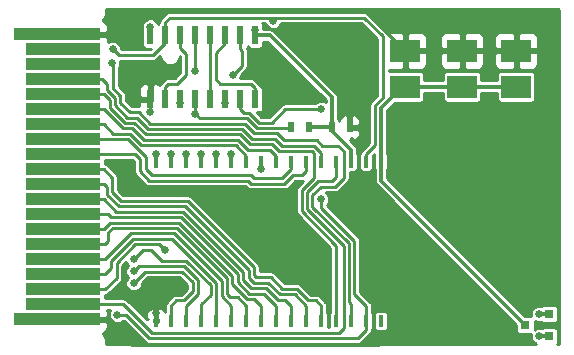
<source format=gbl>
%FSLAX46Y46*%
G04 Gerber Fmt 4.6, Leading zero omitted, Abs format (unit mm)*
G04 Created by KiCad (PCBNEW (2014-10-27 BZR 5228)-product) date 5/9/2015 4:57:06 PM*
%MOMM*%
G01*
G04 APERTURE LIST*
%ADD10C,0.100000*%
%ADD11R,6.350000X1.016000*%
%ADD12R,7.366000X1.016000*%
%ADD13R,0.800100X0.800100*%
%ADD14R,0.600000X1.500000*%
%ADD15R,2.499360X1.950720*%
%ADD16R,0.500000X0.900000*%
%ADD17R,0.406400X1.000000*%
%ADD18C,0.635000*%
%ADD19C,0.228600*%
%ADD20C,0.304800*%
%ADD21C,0.254000*%
G04 APERTURE END LIST*
D10*
D11*
X4191000Y-20320000D03*
D12*
X3683000Y-2540000D03*
D11*
X4191000Y-3810000D03*
X4191000Y-5080000D03*
X4191000Y-6350000D03*
X4191000Y-7620000D03*
X4191000Y-8890000D03*
X4191000Y-10160000D03*
X4191000Y-11430000D03*
X4191000Y-12700000D03*
X4191000Y-13970000D03*
X4191000Y-15240000D03*
X4191000Y-16510000D03*
X4191000Y-17780000D03*
X4191000Y-19050000D03*
X4191000Y-21590000D03*
X4191000Y-22860000D03*
X4191000Y-24130000D03*
X4191000Y-25400000D03*
D12*
X3683000Y-26670000D03*
D13*
X45323760Y-26228000D03*
X45323760Y-28128000D03*
X43324780Y-27178000D03*
D14*
X20447000Y-8034000D03*
X19177000Y-8034000D03*
X17907000Y-8034000D03*
X16637000Y-8034000D03*
X15367000Y-8034000D03*
X14097000Y-8034000D03*
X12827000Y-8034000D03*
X11557000Y-8034000D03*
X11557000Y-2634000D03*
X12827000Y-2634000D03*
X14097000Y-2634000D03*
X15367000Y-2634000D03*
X16637000Y-2634000D03*
X17907000Y-2634000D03*
X19177000Y-2634000D03*
X20447000Y-2634000D03*
D15*
X33147000Y-6985000D03*
X33147000Y-3937000D03*
X37973000Y-6985000D03*
X37973000Y-3937000D03*
X42545000Y-6985000D03*
X42545000Y-3937000D03*
D16*
X26936000Y-10414000D03*
X28436000Y-10414000D03*
X25007000Y-10414000D03*
X23507000Y-10414000D03*
D17*
X31115000Y-26816000D03*
X29845000Y-26816000D03*
X28575000Y-26816000D03*
X27305000Y-26816000D03*
X26035000Y-26816000D03*
X24765000Y-26816000D03*
X23495000Y-26816000D03*
X22225000Y-26816000D03*
X20955000Y-26816000D03*
X19685000Y-26816000D03*
X18415000Y-26816000D03*
X17145000Y-26816000D03*
X15875000Y-26816000D03*
X14605000Y-26816000D03*
X13335000Y-26816000D03*
X12065000Y-26816000D03*
X31115000Y-13316000D03*
X29845000Y-13316000D03*
X28575000Y-13316000D03*
X27305000Y-13316000D03*
X26035000Y-13316000D03*
X24765000Y-13316000D03*
X23495000Y-13316000D03*
X22225000Y-13316000D03*
X20955000Y-13316000D03*
X19685000Y-13316000D03*
X18415000Y-13316000D03*
X17145000Y-13316000D03*
X15875000Y-13316000D03*
X14605000Y-13316000D03*
X13335000Y-13316000D03*
X12065000Y-13316000D03*
D18*
X20955000Y-13970000D03*
X12827000Y-20828000D03*
X17145000Y-12700000D03*
X15875000Y-12700000D03*
X14605000Y-12700000D03*
X13335000Y-12700000D03*
X12065000Y-12700000D03*
X10160000Y-23622000D03*
X10160000Y-22606000D03*
X10160000Y-21590000D03*
X27559000Y-6985000D03*
X23876000Y-6985000D03*
X23876000Y-21209000D03*
X11557000Y-9144000D03*
X42672000Y-1524000D03*
X32385000Y-25146000D03*
X12065000Y-26162000D03*
X15367000Y-5651500D03*
X8382000Y-3810000D03*
X21971000Y-1397000D03*
X8318500Y-5016500D03*
X15367000Y-9271000D03*
X18415000Y-12700000D03*
X8763000Y-26289000D03*
X26035000Y-8890000D03*
X26035000Y-16510000D03*
X44513500Y-26225500D03*
X11557000Y-1905000D03*
X18542000Y-5969000D03*
X17907000Y-8382000D03*
X14097000Y-8382000D03*
X20447000Y-2159000D03*
X44513500Y-28130500D03*
D19*
X10409520Y-9601192D02*
X9624356Y-9601192D01*
X26035000Y-12561418D02*
X25462380Y-11988798D01*
X25462380Y-11988798D02*
X22679962Y-11988798D01*
X22679962Y-11988798D02*
X22089969Y-11398805D01*
X22089969Y-11398805D02*
X20196551Y-11398805D01*
X20196551Y-11398805D02*
X19364140Y-10566394D01*
X19364140Y-10566394D02*
X11374722Y-10566394D01*
X11374722Y-10566394D02*
X10409520Y-9601192D01*
X7493000Y-6350000D02*
X4191000Y-6350000D01*
X7874000Y-6731000D02*
X7493000Y-6350000D01*
X7874000Y-7227418D02*
X7874000Y-6731000D01*
X8585202Y-7938620D02*
X7874000Y-7227418D01*
X8585202Y-8562038D02*
X8585202Y-7938620D01*
X9624356Y-9601192D02*
X8585202Y-8562038D01*
X26035000Y-13316000D02*
X26035000Y-12561418D01*
X24765000Y-14097000D02*
X24378209Y-14483791D01*
X24378209Y-14483791D02*
X23627791Y-14483791D01*
X23627791Y-14483791D02*
X22922380Y-15189202D01*
X22922380Y-15189202D02*
X20130620Y-15189202D01*
X20130620Y-15189202D02*
X19876620Y-14935202D01*
X19876620Y-14935202D02*
X11494620Y-14935202D01*
X11494620Y-14935202D02*
X10718798Y-14159380D01*
X10718798Y-14159380D02*
X10718798Y-13143380D01*
X10275418Y-12700000D02*
X4191000Y-12700000D01*
X10718798Y-13143380D02*
X10275418Y-12700000D01*
X24765000Y-13316000D02*
X24765000Y-14097000D01*
X23495000Y-13970000D02*
X22733000Y-14732000D01*
X22733000Y-14732000D02*
X20320000Y-14732000D01*
X20320000Y-14732000D02*
X20066000Y-14478000D01*
X20066000Y-14478000D02*
X11684000Y-14478000D01*
X11684000Y-14478000D02*
X11176000Y-13970000D01*
X11176000Y-13970000D02*
X11176000Y-12954000D01*
X11176000Y-12954000D02*
X9652000Y-11430000D01*
X9652000Y-11430000D02*
X4191000Y-11430000D01*
X23495000Y-13316000D02*
X23495000Y-13970000D01*
X22225000Y-12827000D02*
X21711209Y-12313209D01*
X21711209Y-12313209D02*
X19817791Y-12313209D01*
X19817791Y-12313209D02*
X18985380Y-11480798D01*
X18985380Y-11480798D02*
X10995962Y-11480798D01*
X10995962Y-11480798D02*
X10030760Y-10515596D01*
X10030760Y-10515596D02*
X9245596Y-10515596D01*
X9245596Y-10515596D02*
X7620000Y-8890000D01*
X7620000Y-8890000D02*
X4191000Y-8890000D01*
X22225000Y-13716000D02*
X22225000Y-12827000D01*
X20955000Y-13970000D02*
X20955000Y-13316000D01*
X4191000Y-24130000D02*
X7747000Y-24130000D01*
X8712202Y-23164798D02*
X7747000Y-24130000D01*
X8712202Y-21917962D02*
X8712202Y-23164798D01*
X10310144Y-20320020D02*
X8712202Y-21917962D01*
X12319020Y-20320020D02*
X10310144Y-20320020D01*
X12827000Y-20828000D02*
X12319020Y-20320020D01*
X19685000Y-12827000D02*
X19685000Y-13316000D01*
X7620000Y-10160000D02*
X4191000Y-10160000D01*
X8432798Y-10972798D02*
X7620000Y-10160000D01*
X9841380Y-10972798D02*
X8432798Y-10972798D01*
X10806582Y-11938000D02*
X9841380Y-10972798D01*
X18796000Y-11938000D02*
X10806582Y-11938000D01*
X19685000Y-12827000D02*
X18796000Y-11938000D01*
X17145000Y-13316000D02*
X17145000Y-12700000D01*
X15875000Y-13316000D02*
X15875000Y-12700000D01*
X14605000Y-13316000D02*
X14605000Y-12700000D01*
X13335000Y-13316000D02*
X13335000Y-12700000D01*
X12065000Y-13316000D02*
X12065000Y-12700000D01*
X8368168Y-18948414D02*
X8001000Y-19315582D01*
X8001000Y-19315582D02*
X8001000Y-20066000D01*
X8001000Y-20066000D02*
X7747000Y-20320000D01*
X7747000Y-20320000D02*
X4191000Y-20320000D01*
X19685000Y-26416000D02*
X19685000Y-25527000D01*
X18059404Y-23220076D02*
X13787742Y-18948414D01*
X18059404Y-24524822D02*
X18059404Y-23220076D01*
X18357291Y-24822709D02*
X18059404Y-24524822D01*
X18980709Y-24822709D02*
X18357291Y-24822709D01*
X19685000Y-25527000D02*
X18980709Y-24822709D01*
X13787742Y-18948414D02*
X8368168Y-18948414D01*
X9931384Y-19405616D02*
X7747000Y-21590000D01*
X7747000Y-21590000D02*
X4191000Y-21590000D01*
X18415000Y-26416000D02*
X18415000Y-25527000D01*
X17602202Y-23409456D02*
X13598362Y-19405616D01*
X17602202Y-24714202D02*
X17602202Y-23409456D01*
X18415000Y-25527000D02*
X17602202Y-24714202D01*
X13598362Y-19405616D02*
X9931384Y-19405616D01*
X10120764Y-19862818D02*
X8255000Y-21728582D01*
X8255000Y-21728582D02*
X8255000Y-22352000D01*
X8255000Y-22352000D02*
X7747000Y-22860000D01*
X7747000Y-22860000D02*
X4191000Y-22860000D01*
X17145000Y-26416000D02*
X17145000Y-23598836D01*
X17145000Y-23598836D02*
X13408982Y-19862818D01*
X13408982Y-19862818D02*
X10120764Y-19862818D01*
X13335000Y-26416000D02*
X13335000Y-25527000D01*
X11150596Y-22631404D02*
X10160000Y-23622000D01*
X14237822Y-22631404D02*
X11150596Y-22631404D01*
X15163798Y-23557380D02*
X14237822Y-22631404D01*
X15163798Y-24321620D02*
X15163798Y-23557380D01*
X14408709Y-25076709D02*
X15163798Y-24321620D01*
X13785291Y-25076709D02*
X14408709Y-25076709D01*
X13335000Y-25527000D02*
X13785291Y-25076709D01*
X14605000Y-26416000D02*
X14605000Y-25527000D01*
X10591798Y-22174202D02*
X10160000Y-22606000D01*
X14427202Y-22174202D02*
X10591798Y-22174202D01*
X15621000Y-23368000D02*
X14427202Y-22174202D01*
X15621000Y-24511000D02*
X15621000Y-23368000D01*
X14605000Y-25527000D02*
X15621000Y-24511000D01*
X15875000Y-26416000D02*
X15875000Y-25400000D01*
X10972778Y-20777222D02*
X10160000Y-21590000D01*
X11633222Y-20777222D02*
X10972778Y-20777222D01*
X12573000Y-21717000D02*
X11633222Y-20777222D01*
X14616582Y-21717000D02*
X12573000Y-21717000D01*
X16687798Y-23788216D02*
X14616582Y-21717000D01*
X16687798Y-24587202D02*
X16687798Y-23788216D01*
X15875000Y-25400000D02*
X16687798Y-24587202D01*
D20*
X30861000Y-28829000D02*
X10033000Y-28829000D01*
X10033000Y-28829000D02*
X7874000Y-26670000D01*
X3683000Y-26670000D02*
X7874000Y-26670000D01*
X3683000Y-2540000D02*
X9525000Y-2540000D01*
X9525000Y-2540000D02*
X11430000Y-635000D01*
D19*
X11557000Y-9144000D02*
X11557000Y-8034000D01*
D20*
X37973000Y-3937000D02*
X33147000Y-3937000D01*
X42545000Y-3937000D02*
X37973000Y-3937000D01*
X42672000Y-1524000D02*
X42672000Y-3810000D01*
X42672000Y-3810000D02*
X42545000Y-3937000D01*
X11430000Y-635000D02*
X29845000Y-635000D01*
X29845000Y-635000D02*
X33147000Y-3937000D01*
X30861000Y-28829000D02*
X32385000Y-27305000D01*
X32385000Y-27305000D02*
X32385000Y-25146000D01*
D19*
X30861000Y-28829000D02*
X32385000Y-27305000D01*
X32385000Y-27305000D02*
X32385000Y-25146000D01*
D20*
X12065000Y-26162000D02*
X12065000Y-26816000D01*
D19*
X24384000Y-17526000D02*
X24384000Y-15748000D01*
X24384000Y-15748000D02*
X25400000Y-14732000D01*
X25400000Y-14732000D02*
X25400000Y-12573000D01*
X22490582Y-12446000D02*
X21900589Y-11856007D01*
X21900589Y-11856007D02*
X20007171Y-11856007D01*
X20007171Y-11856007D02*
X19174760Y-11023596D01*
X19174760Y-11023596D02*
X11185342Y-11023596D01*
X11185342Y-11023596D02*
X10220140Y-10058394D01*
X10220140Y-10058394D02*
X9434976Y-10058394D01*
X9434976Y-10058394D02*
X8128000Y-8751418D01*
X8128000Y-8751418D02*
X8128000Y-8128000D01*
X25273000Y-12446000D02*
X25400000Y-12573000D01*
X27305000Y-20447000D02*
X27305000Y-26416000D01*
X25273000Y-12446000D02*
X22490582Y-12446000D01*
X4191000Y-7620000D02*
X7620000Y-7620000D01*
X8128000Y-8128000D02*
X7620000Y-7620000D01*
X27305000Y-20447000D02*
X24384000Y-17526000D01*
X9065568Y-16662404D02*
X8331202Y-15928038D01*
X8331202Y-15928038D02*
X8331202Y-14681202D01*
X8331202Y-14681202D02*
X7620000Y-13970000D01*
X7620000Y-13970000D02*
X4191000Y-13970000D01*
X26035000Y-26416000D02*
X26035000Y-25527000D01*
X20345414Y-22273176D02*
X14734642Y-16662404D01*
X20345414Y-22954504D02*
X20345414Y-22273176D01*
X20511811Y-23120901D02*
X20345414Y-22954504D01*
X21758647Y-23120901D02*
X20511811Y-23120901D01*
X22736551Y-24098805D02*
X21758647Y-23120901D01*
X23983387Y-24098805D02*
X22736551Y-24098805D01*
X24961291Y-25076709D02*
X23983387Y-24098805D01*
X25584709Y-25076709D02*
X24961291Y-25076709D01*
X26035000Y-25527000D02*
X25584709Y-25076709D01*
X14734642Y-16662404D02*
X9065568Y-16662404D01*
X8876188Y-17119606D02*
X7874000Y-16117418D01*
X7874000Y-16117418D02*
X7874000Y-15494000D01*
X7874000Y-15494000D02*
X7620000Y-15240000D01*
X7620000Y-15240000D02*
X4191000Y-15240000D01*
X24765000Y-26416000D02*
X24765000Y-25527000D01*
X19888212Y-22462556D02*
X14545262Y-17119606D01*
X19888212Y-23143884D02*
X19888212Y-22462556D01*
X20322431Y-23578103D02*
X19888212Y-23143884D01*
X21569267Y-23578103D02*
X20322431Y-23578103D01*
X22547171Y-24556007D02*
X21569267Y-23578103D01*
X23794007Y-24556007D02*
X22547171Y-24556007D01*
X24765000Y-25527000D02*
X23794007Y-24556007D01*
X14545262Y-17119606D02*
X8876188Y-17119606D01*
X8686808Y-17576808D02*
X7620000Y-16510000D01*
X7620000Y-16510000D02*
X4191000Y-16510000D01*
X23495000Y-26416000D02*
X23495000Y-25527000D01*
X19431010Y-22651936D02*
X14355882Y-17576808D01*
X19431010Y-23333264D02*
X19431010Y-22651936D01*
X20133051Y-24035305D02*
X19431010Y-23333264D01*
X21379887Y-24035305D02*
X20133051Y-24035305D01*
X22357791Y-25013209D02*
X21379887Y-24035305D01*
X22981209Y-25013209D02*
X22357791Y-25013209D01*
X23495000Y-25527000D02*
X22981209Y-25013209D01*
X14355882Y-17576808D02*
X8686808Y-17576808D01*
X8255010Y-18034010D02*
X8001000Y-17780000D01*
X8001000Y-17780000D02*
X4191000Y-17780000D01*
X22225000Y-26416000D02*
X22225000Y-25527000D01*
X18973808Y-22841316D02*
X14166502Y-18034010D01*
X18973808Y-23522644D02*
X18973808Y-22841316D01*
X19943671Y-24492507D02*
X18973808Y-23522644D01*
X21190507Y-24492507D02*
X19943671Y-24492507D01*
X22225000Y-25527000D02*
X21190507Y-24492507D01*
X14166502Y-18034010D02*
X8255010Y-18034010D01*
X8178788Y-18491212D02*
X7620000Y-19050000D01*
X7620000Y-19050000D02*
X4191000Y-19050000D01*
X20955000Y-26416000D02*
X20955000Y-25527000D01*
X18516606Y-23030696D02*
X13977122Y-18491212D01*
X18516606Y-23712024D02*
X18516606Y-23030696D01*
X19754291Y-24949709D02*
X18516606Y-23712024D01*
X20377709Y-24949709D02*
X19754291Y-24949709D01*
X20955000Y-25527000D02*
X20377709Y-24949709D01*
X13977122Y-18491212D02*
X8178788Y-18491212D01*
X15367000Y-2634000D02*
X15367000Y-5651500D01*
X21653500Y-1130302D02*
X13220698Y-1130302D01*
X12827000Y-1524000D02*
X12827000Y-2634000D01*
X13220698Y-1130302D02*
X12827000Y-1524000D01*
X12827000Y-2634000D02*
X12827000Y-3302000D01*
X12827000Y-3302000D02*
X11811000Y-4318000D01*
X8890000Y-4318000D02*
X8382000Y-3810000D01*
X11811000Y-4318000D02*
X8890000Y-4318000D01*
X31242000Y-2732462D02*
X29639840Y-1130302D01*
X31242000Y-7935538D02*
X31242000Y-2732462D01*
X30619698Y-8557840D02*
X31242000Y-7935538D01*
X30619698Y-11925302D02*
X30619698Y-8557840D01*
X29845000Y-12700000D02*
X30619698Y-11925302D01*
X21971000Y-1130302D02*
X21653500Y-1130302D01*
X29639840Y-1130302D02*
X21971000Y-1130302D01*
X29845000Y-13316000D02*
X29845000Y-12700000D01*
X21971000Y-1397000D02*
X21971000Y-1130302D01*
X8382000Y-5080000D02*
X8382000Y-7088836D01*
X22279349Y-10941603D02*
X20385931Y-10941603D01*
X20385931Y-10941603D02*
X19553520Y-10109192D01*
X27940000Y-12446000D02*
X27483918Y-11989918D01*
X25298404Y-17147240D02*
X25298404Y-16126760D01*
X25298404Y-16126760D02*
X25981962Y-15443202D01*
X25981962Y-15443202D02*
X27228798Y-15443202D01*
X27228798Y-15443202D02*
X27940000Y-14732000D01*
X27940000Y-14732000D02*
X27940000Y-12446000D01*
X27483918Y-11989918D02*
X26110082Y-11989918D01*
X26110082Y-11989918D02*
X25651760Y-11531596D01*
X25651760Y-11531596D02*
X22869342Y-11531596D01*
X28575000Y-25400000D02*
X28575000Y-26416000D01*
X28397202Y-25222202D02*
X28575000Y-25400000D01*
X28397202Y-20246038D02*
X28397202Y-25222202D01*
X28397202Y-20246038D02*
X25298404Y-17147240D01*
X22869342Y-11531596D02*
X22279349Y-10941603D01*
X11564102Y-10109192D02*
X19553520Y-10109192D01*
X10598900Y-9143990D02*
X11564102Y-10109192D01*
X9813736Y-9143990D02*
X10598900Y-9143990D01*
X9042404Y-8372658D02*
X9813736Y-9143990D01*
X9042404Y-7749240D02*
X9042404Y-8372658D01*
X8382000Y-7088836D02*
X9042404Y-7749240D01*
X8382000Y-5080000D02*
X8318500Y-5016500D01*
X8382000Y-5080000D02*
X8318500Y-5016500D01*
D20*
X43324780Y-27178000D02*
X31115000Y-14968220D01*
X31115000Y-14968220D02*
X31115000Y-13716000D01*
X31115000Y-13716000D02*
X31115000Y-14732000D01*
X31115000Y-13716000D02*
X31115000Y-8763000D01*
X31115000Y-8763000D02*
X32893000Y-6985000D01*
X32893000Y-6985000D02*
X33147000Y-6985000D01*
X33147000Y-6985000D02*
X32893000Y-6985000D01*
X37973000Y-6985000D02*
X42545000Y-6985000D01*
X33147000Y-6985000D02*
X37973000Y-6985000D01*
D19*
X32893000Y-6985000D02*
X33147000Y-6985000D01*
X33147000Y-6985000D02*
X32893000Y-6985000D01*
X27940000Y-27432000D02*
X27559000Y-27813000D01*
X27940000Y-20435418D02*
X27940000Y-27432000D01*
X27940000Y-20435418D02*
X24841202Y-17336620D01*
X27305000Y-13716000D02*
X27305000Y-14605000D01*
X26924000Y-14986000D02*
X27305000Y-14605000D01*
X25792582Y-14986000D02*
X26924000Y-14986000D01*
X24841202Y-15937380D02*
X25792582Y-14986000D01*
X24841202Y-17336620D02*
X24841202Y-15937380D01*
X9271000Y-25400000D02*
X4191000Y-25400000D01*
X11684000Y-27813000D02*
X9271000Y-25400000D01*
X27559000Y-27813000D02*
X11684000Y-27813000D01*
X15367000Y-9271000D02*
X15367000Y-8034000D01*
X15747990Y-9651990D02*
X15367000Y-9271000D01*
X19742900Y-9651990D02*
X15747990Y-9651990D01*
X20575311Y-10484401D02*
X19742900Y-9651990D01*
X23436599Y-10484401D02*
X20575311Y-10484401D01*
X23507000Y-10414000D02*
X23436599Y-10484401D01*
X18415000Y-13316000D02*
X18415000Y-12700000D01*
X9519209Y-26294791D02*
X8768791Y-26294791D01*
X29845000Y-27559000D02*
X29133798Y-28270202D01*
X29133798Y-28270202D02*
X11494620Y-28270202D01*
X11494620Y-28270202D02*
X9519209Y-26294791D01*
X29845000Y-26416000D02*
X29845000Y-27559000D01*
X8768791Y-26294791D02*
X8763000Y-26289000D01*
X26035000Y-8890000D02*
X22987000Y-8890000D01*
X22987000Y-8890000D02*
X21849801Y-10027199D01*
X21849801Y-10027199D02*
X20764691Y-10027199D01*
X20764691Y-10027199D02*
X19932280Y-9194788D01*
X19932280Y-9194788D02*
X19481788Y-9194788D01*
X19481788Y-9194788D02*
X19177000Y-8890000D01*
X19177000Y-8890000D02*
X19177000Y-8034000D01*
X29845000Y-25527000D02*
X28854404Y-24536404D01*
X28854404Y-24536404D02*
X28854404Y-20056658D01*
X29845000Y-26416000D02*
X29845000Y-25527000D01*
X26035000Y-17237254D02*
X26035000Y-16510000D01*
X28854404Y-20056658D02*
X26035000Y-17237254D01*
D20*
X44513500Y-26225500D02*
X45321260Y-26225500D01*
X45321260Y-26225500D02*
X45323760Y-26228000D01*
D19*
X11557000Y-1905000D02*
X11557000Y-2634000D01*
X19177000Y-3810000D02*
X19304000Y-3937000D01*
X19304000Y-3937000D02*
X19304000Y-5207000D01*
X19304000Y-5207000D02*
X18542000Y-5969000D01*
X19177000Y-2634000D02*
X19177000Y-3810000D01*
X17907000Y-3302000D02*
X17907000Y-2634000D01*
X20447000Y-7112000D02*
X20066000Y-6731000D01*
X20066000Y-6731000D02*
X17475202Y-6731000D01*
X17475202Y-6731000D02*
X17094202Y-6350000D01*
X17094202Y-6350000D02*
X17094202Y-4114798D01*
X17094202Y-4114798D02*
X17907000Y-3302000D01*
X20447000Y-8034000D02*
X20447000Y-7112000D01*
X14097000Y-2634000D02*
X14097000Y-3683000D01*
X12827000Y-6985000D02*
X12827000Y-8034000D01*
X13081000Y-6731000D02*
X12827000Y-6985000D01*
X13843000Y-6731000D02*
X13081000Y-6731000D01*
X14605000Y-5969000D02*
X13843000Y-6731000D01*
X14605000Y-4191000D02*
X14605000Y-5969000D01*
X14097000Y-3683000D02*
X14605000Y-4191000D01*
X17907000Y-8415000D02*
X17907000Y-8382000D01*
X16637000Y-8034000D02*
X16637000Y-2634000D01*
D20*
X26936000Y-10414000D02*
X26936000Y-7886000D01*
X21684000Y-2634000D02*
X20447000Y-2634000D01*
X26936000Y-7886000D02*
X21684000Y-2634000D01*
X26936000Y-10414000D02*
X25007000Y-10414000D01*
X26936000Y-10741538D02*
X26936000Y-10414000D01*
X20447000Y-2159000D02*
X20447000Y-2634000D01*
X28575000Y-12380538D02*
X26936000Y-10741538D01*
X28575000Y-13316000D02*
X28575000Y-12380538D01*
X44516000Y-28128000D02*
X45323760Y-28128000D01*
X44513500Y-28130500D02*
X44516000Y-28128000D01*
D21*
G36*
X14109700Y-5763840D02*
X13637840Y-6235700D01*
X13081000Y-6235700D01*
X12891456Y-6273402D01*
X12730770Y-6380770D01*
X12476770Y-6634770D01*
X12369402Y-6795456D01*
X12352326Y-6881301D01*
X12216699Y-6745673D01*
X11983310Y-6649000D01*
X11842750Y-6649000D01*
X11684000Y-6807750D01*
X11684000Y-7907000D01*
X11704000Y-7907000D01*
X11704000Y-8161000D01*
X11684000Y-8161000D01*
X11684000Y-8181000D01*
X11430000Y-8181000D01*
X11430000Y-8161000D01*
X11430000Y-7907000D01*
X11430000Y-6807750D01*
X11271250Y-6649000D01*
X11130690Y-6649000D01*
X10897301Y-6745673D01*
X10718673Y-6924302D01*
X10622000Y-7157691D01*
X10622000Y-7748250D01*
X10780750Y-7907000D01*
X11430000Y-7907000D01*
X11430000Y-8161000D01*
X10780750Y-8161000D01*
X10622000Y-8319750D01*
X10622000Y-8653284D01*
X10598900Y-8648690D01*
X10018896Y-8648690D01*
X9537704Y-8167498D01*
X9537704Y-7749240D01*
X9500002Y-7559697D01*
X9500002Y-7559696D01*
X9392634Y-7399010D01*
X8877300Y-6883676D01*
X8877300Y-5445641D01*
X8910314Y-5412685D01*
X9016878Y-5156050D01*
X9017121Y-4878169D01*
X8990317Y-4813300D01*
X11811000Y-4813300D01*
X12000543Y-4775598D01*
X12000544Y-4775598D01*
X12161230Y-4668230D01*
X12416917Y-4412542D01*
X12416856Y-4482571D01*
X12543102Y-4788109D01*
X12776662Y-5022077D01*
X13081979Y-5148855D01*
X13412571Y-5149144D01*
X13718109Y-5022898D01*
X13952077Y-4789338D01*
X14078855Y-4484021D01*
X14078958Y-4365418D01*
X14109700Y-4396160D01*
X14109700Y-5763840D01*
X14109700Y-5763840D01*
G37*
X14109700Y-5763840D02*
X13637840Y-6235700D01*
X13081000Y-6235700D01*
X12891456Y-6273402D01*
X12730770Y-6380770D01*
X12476770Y-6634770D01*
X12369402Y-6795456D01*
X12352326Y-6881301D01*
X12216699Y-6745673D01*
X11983310Y-6649000D01*
X11842750Y-6649000D01*
X11684000Y-6807750D01*
X11684000Y-7907000D01*
X11704000Y-7907000D01*
X11704000Y-8161000D01*
X11684000Y-8161000D01*
X11684000Y-8181000D01*
X11430000Y-8181000D01*
X11430000Y-8161000D01*
X11430000Y-7907000D01*
X11430000Y-6807750D01*
X11271250Y-6649000D01*
X11130690Y-6649000D01*
X10897301Y-6745673D01*
X10718673Y-6924302D01*
X10622000Y-7157691D01*
X10622000Y-7748250D01*
X10780750Y-7907000D01*
X11430000Y-7907000D01*
X11430000Y-8161000D01*
X10780750Y-8161000D01*
X10622000Y-8319750D01*
X10622000Y-8653284D01*
X10598900Y-8648690D01*
X10018896Y-8648690D01*
X9537704Y-8167498D01*
X9537704Y-7749240D01*
X9500002Y-7559697D01*
X9500002Y-7559696D01*
X9392634Y-7399010D01*
X8877300Y-6883676D01*
X8877300Y-5445641D01*
X8910314Y-5412685D01*
X9016878Y-5156050D01*
X9017121Y-4878169D01*
X8990317Y-4813300D01*
X11811000Y-4813300D01*
X12000543Y-4775598D01*
X12000544Y-4775598D01*
X12161230Y-4668230D01*
X12416917Y-4412542D01*
X12416856Y-4482571D01*
X12543102Y-4788109D01*
X12776662Y-5022077D01*
X13081979Y-5148855D01*
X13412571Y-5149144D01*
X13718109Y-5022898D01*
X13952077Y-4789338D01*
X14078855Y-4484021D01*
X14078958Y-4365418D01*
X14109700Y-4396160D01*
X14109700Y-5763840D01*
G36*
X14668498Y-24116460D02*
X14203549Y-24581409D01*
X13785291Y-24581409D01*
X13595748Y-24619111D01*
X13435061Y-24726479D01*
X12984770Y-25176770D01*
X12877402Y-25337456D01*
X12839700Y-25527000D01*
X12839700Y-26036388D01*
X12806527Y-25956302D01*
X12627899Y-25777673D01*
X12394510Y-25681000D01*
X12325350Y-25681000D01*
X12166600Y-25839750D01*
X12166600Y-26689000D01*
X12212000Y-26689000D01*
X12212000Y-26943000D01*
X12166600Y-26943000D01*
X12166600Y-26963000D01*
X11963400Y-26963000D01*
X11963400Y-26943000D01*
X11918000Y-26943000D01*
X11918000Y-26689000D01*
X11963400Y-26689000D01*
X11963400Y-25839750D01*
X11804650Y-25681000D01*
X11735490Y-25681000D01*
X11502101Y-25777673D01*
X11323473Y-25956302D01*
X11226800Y-26189691D01*
X11226800Y-26530250D01*
X11385548Y-26688998D01*
X11260458Y-26688998D01*
X9621230Y-25049770D01*
X9460544Y-24942402D01*
X9271000Y-24904700D01*
X7747000Y-24904700D01*
X7747000Y-24816214D01*
X7725786Y-24764999D01*
X7747000Y-24713785D01*
X7747000Y-24625300D01*
X7936543Y-24587598D01*
X7936544Y-24587598D01*
X8097230Y-24480230D01*
X9062432Y-23515028D01*
X9169800Y-23354341D01*
X9207502Y-23164798D01*
X9207502Y-22123122D01*
X9502580Y-21828043D01*
X9567496Y-21985151D01*
X9680172Y-22098024D01*
X9568186Y-22209815D01*
X9461622Y-22466450D01*
X9461379Y-22744331D01*
X9567496Y-23001151D01*
X9680172Y-23114024D01*
X9568186Y-23225815D01*
X9461622Y-23482450D01*
X9461379Y-23760331D01*
X9567496Y-24017151D01*
X9763815Y-24213814D01*
X10020450Y-24320378D01*
X10298331Y-24320621D01*
X10555151Y-24214504D01*
X10751814Y-24018185D01*
X10858378Y-23761550D01*
X10858498Y-23623961D01*
X11355756Y-23126704D01*
X14032662Y-23126704D01*
X14668498Y-23762540D01*
X14668498Y-24116460D01*
X14668498Y-24116460D01*
G37*
X14668498Y-24116460D02*
X14203549Y-24581409D01*
X13785291Y-24581409D01*
X13595748Y-24619111D01*
X13435061Y-24726479D01*
X12984770Y-25176770D01*
X12877402Y-25337456D01*
X12839700Y-25527000D01*
X12839700Y-26036388D01*
X12806527Y-25956302D01*
X12627899Y-25777673D01*
X12394510Y-25681000D01*
X12325350Y-25681000D01*
X12166600Y-25839750D01*
X12166600Y-26689000D01*
X12212000Y-26689000D01*
X12212000Y-26943000D01*
X12166600Y-26943000D01*
X12166600Y-26963000D01*
X11963400Y-26963000D01*
X11963400Y-26943000D01*
X11918000Y-26943000D01*
X11918000Y-26689000D01*
X11963400Y-26689000D01*
X11963400Y-25839750D01*
X11804650Y-25681000D01*
X11735490Y-25681000D01*
X11502101Y-25777673D01*
X11323473Y-25956302D01*
X11226800Y-26189691D01*
X11226800Y-26530250D01*
X11385548Y-26688998D01*
X11260458Y-26688998D01*
X9621230Y-25049770D01*
X9460544Y-24942402D01*
X9271000Y-24904700D01*
X7747000Y-24904700D01*
X7747000Y-24816214D01*
X7725786Y-24764999D01*
X7747000Y-24713785D01*
X7747000Y-24625300D01*
X7936543Y-24587598D01*
X7936544Y-24587598D01*
X8097230Y-24480230D01*
X9062432Y-23515028D01*
X9169800Y-23354341D01*
X9207502Y-23164798D01*
X9207502Y-22123122D01*
X9502580Y-21828043D01*
X9567496Y-21985151D01*
X9680172Y-22098024D01*
X9568186Y-22209815D01*
X9461622Y-22466450D01*
X9461379Y-22744331D01*
X9567496Y-23001151D01*
X9680172Y-23114024D01*
X9568186Y-23225815D01*
X9461622Y-23482450D01*
X9461379Y-23760331D01*
X9567496Y-24017151D01*
X9763815Y-24213814D01*
X10020450Y-24320378D01*
X10298331Y-24320621D01*
X10555151Y-24214504D01*
X10751814Y-24018185D01*
X10858378Y-23761550D01*
X10858498Y-23623961D01*
X11355756Y-23126704D01*
X14032662Y-23126704D01*
X14668498Y-23762540D01*
X14668498Y-24116460D01*
G36*
X26402600Y-8286316D02*
X26174550Y-8191622D01*
X25896669Y-8191379D01*
X25639849Y-8297496D01*
X25542474Y-8394700D01*
X22987000Y-8394700D01*
X22797456Y-8432402D01*
X22636770Y-8539770D01*
X21644641Y-9531899D01*
X20969851Y-9531899D01*
X20602952Y-9165000D01*
X20822786Y-9165000D01*
X20962820Y-9106996D01*
X21069996Y-8999819D01*
X21128000Y-8859785D01*
X21128000Y-8708214D01*
X21128000Y-7208214D01*
X21069996Y-7068180D01*
X20962819Y-6961004D01*
X20907726Y-6938183D01*
X20904598Y-6922457D01*
X20904598Y-6922456D01*
X20797230Y-6761770D01*
X20416230Y-6380770D01*
X20255544Y-6273402D01*
X20066000Y-6235700D01*
X19187580Y-6235700D01*
X19240378Y-6108550D01*
X19240498Y-5970961D01*
X19654230Y-5557230D01*
X19761598Y-5396543D01*
X19799300Y-5207000D01*
X19799300Y-3937000D01*
X19761598Y-3747457D01*
X19761598Y-3747456D01*
X19717843Y-3681972D01*
X19799996Y-3599819D01*
X19811999Y-3570839D01*
X19824004Y-3599820D01*
X19931181Y-3706996D01*
X20071215Y-3765000D01*
X20222786Y-3765000D01*
X20822786Y-3765000D01*
X20962820Y-3706996D01*
X21069996Y-3599819D01*
X21128000Y-3459785D01*
X21128000Y-3308214D01*
X21128000Y-3167400D01*
X21463058Y-3167400D01*
X26402600Y-8106941D01*
X26402600Y-8286316D01*
X26402600Y-8286316D01*
G37*
X26402600Y-8286316D02*
X26174550Y-8191622D01*
X25896669Y-8191379D01*
X25639849Y-8297496D01*
X25542474Y-8394700D01*
X22987000Y-8394700D01*
X22797456Y-8432402D01*
X22636770Y-8539770D01*
X21644641Y-9531899D01*
X20969851Y-9531899D01*
X20602952Y-9165000D01*
X20822786Y-9165000D01*
X20962820Y-9106996D01*
X21069996Y-8999819D01*
X21128000Y-8859785D01*
X21128000Y-8708214D01*
X21128000Y-7208214D01*
X21069996Y-7068180D01*
X20962819Y-6961004D01*
X20907726Y-6938183D01*
X20904598Y-6922457D01*
X20904598Y-6922456D01*
X20797230Y-6761770D01*
X20416230Y-6380770D01*
X20255544Y-6273402D01*
X20066000Y-6235700D01*
X19187580Y-6235700D01*
X19240378Y-6108550D01*
X19240498Y-5970961D01*
X19654230Y-5557230D01*
X19761598Y-5396543D01*
X19799300Y-5207000D01*
X19799300Y-3937000D01*
X19761598Y-3747457D01*
X19761598Y-3747456D01*
X19717843Y-3681972D01*
X19799996Y-3599819D01*
X19811999Y-3570839D01*
X19824004Y-3599820D01*
X19931181Y-3706996D01*
X20071215Y-3765000D01*
X20222786Y-3765000D01*
X20822786Y-3765000D01*
X20962820Y-3706996D01*
X21069996Y-3599819D01*
X21128000Y-3459785D01*
X21128000Y-3308214D01*
X21128000Y-3167400D01*
X21463058Y-3167400D01*
X26402600Y-8106941D01*
X26402600Y-8286316D01*
G36*
X26809700Y-26069284D02*
X26778804Y-26100181D01*
X26720800Y-26240215D01*
X26720800Y-26391786D01*
X26720800Y-27317700D01*
X26619200Y-27317700D01*
X26619200Y-27240214D01*
X26619200Y-26240214D01*
X26561196Y-26100180D01*
X26530300Y-26069284D01*
X26530300Y-25527000D01*
X26492598Y-25337457D01*
X26385230Y-25176770D01*
X25934939Y-24726479D01*
X25774253Y-24619111D01*
X25584709Y-24581409D01*
X25166451Y-24581409D01*
X24333617Y-23748575D01*
X24172931Y-23641207D01*
X23983387Y-23603505D01*
X22941711Y-23603505D01*
X22108877Y-22770671D01*
X21948191Y-22663303D01*
X21758647Y-22625601D01*
X20840714Y-22625601D01*
X20840714Y-22273176D01*
X20803012Y-22083633D01*
X20695644Y-21922946D01*
X15084872Y-16312174D01*
X14924186Y-16204806D01*
X14734642Y-16167104D01*
X9270728Y-16167104D01*
X8826502Y-15722878D01*
X8826502Y-14681202D01*
X8788800Y-14491659D01*
X8681432Y-14330972D01*
X7970230Y-13619770D01*
X7809544Y-13512402D01*
X7747000Y-13499961D01*
X7747000Y-13386214D01*
X7725786Y-13334999D01*
X7747000Y-13283785D01*
X7747000Y-13195300D01*
X10070258Y-13195300D01*
X10223498Y-13348540D01*
X10223498Y-14159380D01*
X10261200Y-14348924D01*
X10368568Y-14509610D01*
X11144390Y-15285432D01*
X11305076Y-15392800D01*
X11305077Y-15392800D01*
X11494620Y-15430502D01*
X19671460Y-15430502D01*
X19780390Y-15539432D01*
X19941076Y-15646800D01*
X19941077Y-15646800D01*
X20130620Y-15684502D01*
X22922380Y-15684502D01*
X23111923Y-15646800D01*
X23111924Y-15646800D01*
X23272610Y-15539432D01*
X23832950Y-14979091D01*
X24378209Y-14979091D01*
X24470882Y-14960657D01*
X24033770Y-15397770D01*
X23926402Y-15558456D01*
X23888700Y-15748000D01*
X23888700Y-17526000D01*
X23926402Y-17715544D01*
X24033770Y-17876230D01*
X26809700Y-20652160D01*
X26809700Y-26069284D01*
X26809700Y-26069284D01*
G37*
X26809700Y-26069284D02*
X26778804Y-26100181D01*
X26720800Y-26240215D01*
X26720800Y-26391786D01*
X26720800Y-27317700D01*
X26619200Y-27317700D01*
X26619200Y-27240214D01*
X26619200Y-26240214D01*
X26561196Y-26100180D01*
X26530300Y-26069284D01*
X26530300Y-25527000D01*
X26492598Y-25337457D01*
X26385230Y-25176770D01*
X25934939Y-24726479D01*
X25774253Y-24619111D01*
X25584709Y-24581409D01*
X25166451Y-24581409D01*
X24333617Y-23748575D01*
X24172931Y-23641207D01*
X23983387Y-23603505D01*
X22941711Y-23603505D01*
X22108877Y-22770671D01*
X21948191Y-22663303D01*
X21758647Y-22625601D01*
X20840714Y-22625601D01*
X20840714Y-22273176D01*
X20803012Y-22083633D01*
X20695644Y-21922946D01*
X15084872Y-16312174D01*
X14924186Y-16204806D01*
X14734642Y-16167104D01*
X9270728Y-16167104D01*
X8826502Y-15722878D01*
X8826502Y-14681202D01*
X8788800Y-14491659D01*
X8681432Y-14330972D01*
X7970230Y-13619770D01*
X7809544Y-13512402D01*
X7747000Y-13499961D01*
X7747000Y-13386214D01*
X7725786Y-13334999D01*
X7747000Y-13283785D01*
X7747000Y-13195300D01*
X10070258Y-13195300D01*
X10223498Y-13348540D01*
X10223498Y-14159380D01*
X10261200Y-14348924D01*
X10368568Y-14509610D01*
X11144390Y-15285432D01*
X11305076Y-15392800D01*
X11305077Y-15392800D01*
X11494620Y-15430502D01*
X19671460Y-15430502D01*
X19780390Y-15539432D01*
X19941076Y-15646800D01*
X19941077Y-15646800D01*
X20130620Y-15684502D01*
X22922380Y-15684502D01*
X23111923Y-15646800D01*
X23111924Y-15646800D01*
X23272610Y-15539432D01*
X23832950Y-14979091D01*
X24378209Y-14979091D01*
X24470882Y-14960657D01*
X24033770Y-15397770D01*
X23926402Y-15558456D01*
X23888700Y-15748000D01*
X23888700Y-17526000D01*
X23926402Y-17715544D01*
X24033770Y-17876230D01*
X26809700Y-20652160D01*
X26809700Y-26069284D01*
G36*
X44253830Y-28779000D02*
X31699200Y-28779000D01*
X31699200Y-27391785D01*
X31699200Y-27240214D01*
X31699200Y-26240214D01*
X31641196Y-26100180D01*
X31534019Y-25993004D01*
X31393985Y-25935000D01*
X31242414Y-25935000D01*
X30836014Y-25935000D01*
X30695980Y-25993004D01*
X30588804Y-26100181D01*
X30530800Y-26240215D01*
X30530800Y-26391786D01*
X30530800Y-27391786D01*
X30588804Y-27531820D01*
X30695981Y-27638996D01*
X30836015Y-27697000D01*
X30987586Y-27697000D01*
X31393986Y-27697000D01*
X31534020Y-27638996D01*
X31641196Y-27531819D01*
X31699200Y-27391785D01*
X31699200Y-28779000D01*
X7916448Y-28779000D01*
X7847765Y-28765337D01*
X7825523Y-28750476D01*
X7810662Y-28728236D01*
X7797000Y-28659547D01*
X7797000Y-28448000D01*
X7788718Y-28406367D01*
X7788719Y-28363917D01*
X7750050Y-28169513D01*
X7685694Y-28014146D01*
X7575574Y-27849341D01*
X7575574Y-27849340D01*
X7575573Y-27849339D01*
X7525490Y-27799255D01*
X7725698Y-27716327D01*
X7904327Y-27537699D01*
X8001000Y-27304310D01*
X8001000Y-27051691D01*
X8001000Y-26955750D01*
X7842250Y-26797000D01*
X3810000Y-26797000D01*
X3810000Y-26817000D01*
X3556000Y-26817000D01*
X3556000Y-26797000D01*
X3536000Y-26797000D01*
X3536000Y-26543000D01*
X3556000Y-26543000D01*
X3556000Y-26523000D01*
X3810000Y-26523000D01*
X3810000Y-26543000D01*
X7842250Y-26543000D01*
X8001000Y-26384250D01*
X8001000Y-26288309D01*
X8001000Y-26035690D01*
X7942848Y-25895300D01*
X8170154Y-25895300D01*
X8064622Y-26149450D01*
X8064379Y-26427331D01*
X8170496Y-26684151D01*
X8366815Y-26880814D01*
X8623450Y-26987378D01*
X8901331Y-26987621D01*
X9158151Y-26881504D01*
X9249724Y-26790091D01*
X9314048Y-26790091D01*
X11144390Y-28620432D01*
X11305076Y-28727800D01*
X11305077Y-28727800D01*
X11494620Y-28765502D01*
X29133798Y-28765502D01*
X29323341Y-28727800D01*
X29323342Y-28727800D01*
X29484028Y-28620432D01*
X30195230Y-27909230D01*
X30302598Y-27748543D01*
X30339377Y-27563637D01*
X30371196Y-27531819D01*
X30429200Y-27391785D01*
X30429200Y-27240214D01*
X30429200Y-26240214D01*
X30371196Y-26100180D01*
X30340300Y-26069284D01*
X30340300Y-25527000D01*
X30302598Y-25337457D01*
X30302598Y-25337456D01*
X30195230Y-25176770D01*
X29349704Y-24331244D01*
X29349704Y-20056658D01*
X29312002Y-19867115D01*
X29312002Y-19867114D01*
X29204634Y-19706428D01*
X26530300Y-17032094D01*
X26530300Y-17002530D01*
X26626814Y-16906185D01*
X26733378Y-16649550D01*
X26733621Y-16371669D01*
X26627504Y-16114849D01*
X26451465Y-15938502D01*
X27228798Y-15938502D01*
X27418341Y-15900800D01*
X27418342Y-15900800D01*
X27579028Y-15793432D01*
X28290230Y-15082230D01*
X28397598Y-14921543D01*
X28435300Y-14732000D01*
X28435300Y-14197000D01*
X28447586Y-14197000D01*
X28853986Y-14197000D01*
X28994020Y-14138996D01*
X29101196Y-14031819D01*
X29159200Y-13891785D01*
X29159200Y-13740214D01*
X29159200Y-12740214D01*
X29108400Y-12617571D01*
X29108400Y-12380538D01*
X29067797Y-12176415D01*
X28952171Y-12003367D01*
X28447804Y-11499000D01*
X28563002Y-11499000D01*
X28563002Y-11342252D01*
X28719750Y-11499000D01*
X28812309Y-11499000D01*
X29045698Y-11402327D01*
X29224327Y-11223699D01*
X29321000Y-10990310D01*
X29321000Y-10737691D01*
X29321000Y-10699750D01*
X29321000Y-10128250D01*
X29321000Y-10090309D01*
X29321000Y-9837690D01*
X29224327Y-9604301D01*
X29045698Y-9425673D01*
X28812309Y-9329000D01*
X28719750Y-9329000D01*
X28561000Y-9487750D01*
X28561000Y-10287000D01*
X29162250Y-10287000D01*
X29321000Y-10128250D01*
X29321000Y-10699750D01*
X29162250Y-10541000D01*
X28561000Y-10541000D01*
X28561000Y-10561000D01*
X28311000Y-10561000D01*
X28311000Y-10541000D01*
X28289000Y-10541000D01*
X28289000Y-10287000D01*
X28311000Y-10287000D01*
X28311000Y-9487750D01*
X28152250Y-9329000D01*
X28059691Y-9329000D01*
X27826302Y-9425673D01*
X27647673Y-9604301D01*
X27551000Y-9837690D01*
X27551000Y-9849586D01*
X27508996Y-9748180D01*
X27469400Y-9708584D01*
X27469400Y-7886005D01*
X27469400Y-7886000D01*
X27469401Y-7886000D01*
X27428797Y-7681877D01*
X27313171Y-7508830D01*
X27313171Y-7508829D01*
X27313167Y-7508826D01*
X22061171Y-2256829D01*
X21888123Y-2141203D01*
X21684000Y-2100600D01*
X21145551Y-2100600D01*
X21145621Y-2020669D01*
X21128000Y-1978023D01*
X21128000Y-1808214D01*
X21069996Y-1668180D01*
X21027417Y-1625602D01*
X21309678Y-1625602D01*
X21378496Y-1792151D01*
X21574815Y-1988814D01*
X21831450Y-2095378D01*
X22109331Y-2095621D01*
X22366151Y-1989504D01*
X22562814Y-1793185D01*
X22632400Y-1625602D01*
X29434680Y-1625602D01*
X30746700Y-2937622D01*
X30746700Y-7730378D01*
X30269468Y-8207610D01*
X30162100Y-8368296D01*
X30124398Y-8557840D01*
X30124398Y-11720142D01*
X29494770Y-12349770D01*
X29387402Y-12510456D01*
X29382156Y-12536827D01*
X29382156Y-12536828D01*
X29321000Y-12597984D01*
X29318804Y-12600181D01*
X29260800Y-12740215D01*
X29260800Y-12891786D01*
X29260800Y-13891786D01*
X29318804Y-14031820D01*
X29425981Y-14138996D01*
X29566015Y-14197000D01*
X29717586Y-14197000D01*
X30123986Y-14197000D01*
X30264020Y-14138996D01*
X30371196Y-14031819D01*
X30429200Y-13891785D01*
X30429200Y-13740214D01*
X30429200Y-12816260D01*
X30548870Y-12696589D01*
X30530800Y-12740215D01*
X30530800Y-12891786D01*
X30530800Y-13891786D01*
X30581600Y-14014428D01*
X30581600Y-14732000D01*
X30581600Y-14968220D01*
X30622203Y-15172343D01*
X30737829Y-15345391D01*
X42543730Y-27151291D01*
X42543730Y-27653836D01*
X42601734Y-27793870D01*
X42708911Y-27901046D01*
X42848945Y-27959050D01*
X43000516Y-27959050D01*
X43800616Y-27959050D01*
X43834132Y-27945166D01*
X43815122Y-27990950D01*
X43814879Y-28268831D01*
X43920996Y-28525651D01*
X44117315Y-28722314D01*
X44253830Y-28779000D01*
X44253830Y-28779000D01*
G37*
X44253830Y-28779000D02*
X31699200Y-28779000D01*
X31699200Y-27391785D01*
X31699200Y-27240214D01*
X31699200Y-26240214D01*
X31641196Y-26100180D01*
X31534019Y-25993004D01*
X31393985Y-25935000D01*
X31242414Y-25935000D01*
X30836014Y-25935000D01*
X30695980Y-25993004D01*
X30588804Y-26100181D01*
X30530800Y-26240215D01*
X30530800Y-26391786D01*
X30530800Y-27391786D01*
X30588804Y-27531820D01*
X30695981Y-27638996D01*
X30836015Y-27697000D01*
X30987586Y-27697000D01*
X31393986Y-27697000D01*
X31534020Y-27638996D01*
X31641196Y-27531819D01*
X31699200Y-27391785D01*
X31699200Y-28779000D01*
X7916448Y-28779000D01*
X7847765Y-28765337D01*
X7825523Y-28750476D01*
X7810662Y-28728236D01*
X7797000Y-28659547D01*
X7797000Y-28448000D01*
X7788718Y-28406367D01*
X7788719Y-28363917D01*
X7750050Y-28169513D01*
X7685694Y-28014146D01*
X7575574Y-27849341D01*
X7575574Y-27849340D01*
X7575573Y-27849339D01*
X7525490Y-27799255D01*
X7725698Y-27716327D01*
X7904327Y-27537699D01*
X8001000Y-27304310D01*
X8001000Y-27051691D01*
X8001000Y-26955750D01*
X7842250Y-26797000D01*
X3810000Y-26797000D01*
X3810000Y-26817000D01*
X3556000Y-26817000D01*
X3556000Y-26797000D01*
X3536000Y-26797000D01*
X3536000Y-26543000D01*
X3556000Y-26543000D01*
X3556000Y-26523000D01*
X3810000Y-26523000D01*
X3810000Y-26543000D01*
X7842250Y-26543000D01*
X8001000Y-26384250D01*
X8001000Y-26288309D01*
X8001000Y-26035690D01*
X7942848Y-25895300D01*
X8170154Y-25895300D01*
X8064622Y-26149450D01*
X8064379Y-26427331D01*
X8170496Y-26684151D01*
X8366815Y-26880814D01*
X8623450Y-26987378D01*
X8901331Y-26987621D01*
X9158151Y-26881504D01*
X9249724Y-26790091D01*
X9314048Y-26790091D01*
X11144390Y-28620432D01*
X11305076Y-28727800D01*
X11305077Y-28727800D01*
X11494620Y-28765502D01*
X29133798Y-28765502D01*
X29323341Y-28727800D01*
X29323342Y-28727800D01*
X29484028Y-28620432D01*
X30195230Y-27909230D01*
X30302598Y-27748543D01*
X30339377Y-27563637D01*
X30371196Y-27531819D01*
X30429200Y-27391785D01*
X30429200Y-27240214D01*
X30429200Y-26240214D01*
X30371196Y-26100180D01*
X30340300Y-26069284D01*
X30340300Y-25527000D01*
X30302598Y-25337457D01*
X30302598Y-25337456D01*
X30195230Y-25176770D01*
X29349704Y-24331244D01*
X29349704Y-20056658D01*
X29312002Y-19867115D01*
X29312002Y-19867114D01*
X29204634Y-19706428D01*
X26530300Y-17032094D01*
X26530300Y-17002530D01*
X26626814Y-16906185D01*
X26733378Y-16649550D01*
X26733621Y-16371669D01*
X26627504Y-16114849D01*
X26451465Y-15938502D01*
X27228798Y-15938502D01*
X27418341Y-15900800D01*
X27418342Y-15900800D01*
X27579028Y-15793432D01*
X28290230Y-15082230D01*
X28397598Y-14921543D01*
X28435300Y-14732000D01*
X28435300Y-14197000D01*
X28447586Y-14197000D01*
X28853986Y-14197000D01*
X28994020Y-14138996D01*
X29101196Y-14031819D01*
X29159200Y-13891785D01*
X29159200Y-13740214D01*
X29159200Y-12740214D01*
X29108400Y-12617571D01*
X29108400Y-12380538D01*
X29067797Y-12176415D01*
X28952171Y-12003367D01*
X28447804Y-11499000D01*
X28563002Y-11499000D01*
X28563002Y-11342252D01*
X28719750Y-11499000D01*
X28812309Y-11499000D01*
X29045698Y-11402327D01*
X29224327Y-11223699D01*
X29321000Y-10990310D01*
X29321000Y-10737691D01*
X29321000Y-10699750D01*
X29321000Y-10128250D01*
X29321000Y-10090309D01*
X29321000Y-9837690D01*
X29224327Y-9604301D01*
X29045698Y-9425673D01*
X28812309Y-9329000D01*
X28719750Y-9329000D01*
X28561000Y-9487750D01*
X28561000Y-10287000D01*
X29162250Y-10287000D01*
X29321000Y-10128250D01*
X29321000Y-10699750D01*
X29162250Y-10541000D01*
X28561000Y-10541000D01*
X28561000Y-10561000D01*
X28311000Y-10561000D01*
X28311000Y-10541000D01*
X28289000Y-10541000D01*
X28289000Y-10287000D01*
X28311000Y-10287000D01*
X28311000Y-9487750D01*
X28152250Y-9329000D01*
X28059691Y-9329000D01*
X27826302Y-9425673D01*
X27647673Y-9604301D01*
X27551000Y-9837690D01*
X27551000Y-9849586D01*
X27508996Y-9748180D01*
X27469400Y-9708584D01*
X27469400Y-7886005D01*
X27469400Y-7886000D01*
X27469401Y-7886000D01*
X27428797Y-7681877D01*
X27313171Y-7508830D01*
X27313171Y-7508829D01*
X27313167Y-7508826D01*
X22061171Y-2256829D01*
X21888123Y-2141203D01*
X21684000Y-2100600D01*
X21145551Y-2100600D01*
X21145621Y-2020669D01*
X21128000Y-1978023D01*
X21128000Y-1808214D01*
X21069996Y-1668180D01*
X21027417Y-1625602D01*
X21309678Y-1625602D01*
X21378496Y-1792151D01*
X21574815Y-1988814D01*
X21831450Y-2095378D01*
X22109331Y-2095621D01*
X22366151Y-1989504D01*
X22562814Y-1793185D01*
X22632400Y-1625602D01*
X29434680Y-1625602D01*
X30746700Y-2937622D01*
X30746700Y-7730378D01*
X30269468Y-8207610D01*
X30162100Y-8368296D01*
X30124398Y-8557840D01*
X30124398Y-11720142D01*
X29494770Y-12349770D01*
X29387402Y-12510456D01*
X29382156Y-12536827D01*
X29382156Y-12536828D01*
X29321000Y-12597984D01*
X29318804Y-12600181D01*
X29260800Y-12740215D01*
X29260800Y-12891786D01*
X29260800Y-13891786D01*
X29318804Y-14031820D01*
X29425981Y-14138996D01*
X29566015Y-14197000D01*
X29717586Y-14197000D01*
X30123986Y-14197000D01*
X30264020Y-14138996D01*
X30371196Y-14031819D01*
X30429200Y-13891785D01*
X30429200Y-13740214D01*
X30429200Y-12816260D01*
X30548870Y-12696589D01*
X30530800Y-12740215D01*
X30530800Y-12891786D01*
X30530800Y-13891786D01*
X30581600Y-14014428D01*
X30581600Y-14732000D01*
X30581600Y-14968220D01*
X30622203Y-15172343D01*
X30737829Y-15345391D01*
X42543730Y-27151291D01*
X42543730Y-27653836D01*
X42601734Y-27793870D01*
X42708911Y-27901046D01*
X42848945Y-27959050D01*
X43000516Y-27959050D01*
X43800616Y-27959050D01*
X43834132Y-27945166D01*
X43815122Y-27990950D01*
X43814879Y-28268831D01*
X43920996Y-28525651D01*
X44117315Y-28722314D01*
X44253830Y-28779000D01*
G36*
X46178000Y-28659551D02*
X46164337Y-28728234D01*
X46149476Y-28750476D01*
X46127236Y-28765337D01*
X46058547Y-28779000D01*
X46011675Y-28779000D01*
X46046806Y-28743869D01*
X46104810Y-28603835D01*
X46104810Y-28452264D01*
X46104810Y-27652164D01*
X46046806Y-27512130D01*
X45939629Y-27404954D01*
X45799595Y-27346950D01*
X45648024Y-27346950D01*
X44847924Y-27346950D01*
X44707890Y-27404954D01*
X44672603Y-27440241D01*
X44653050Y-27432122D01*
X44375169Y-27431879D01*
X44118349Y-27537996D01*
X44105830Y-27550493D01*
X44105830Y-27502264D01*
X44105830Y-26805808D01*
X44117315Y-26817314D01*
X44373950Y-26923878D01*
X44651831Y-26924121D01*
X44672447Y-26915602D01*
X44707891Y-26951046D01*
X44847925Y-27009050D01*
X44999496Y-27009050D01*
X45799596Y-27009050D01*
X45939630Y-26951046D01*
X46046806Y-26843869D01*
X46104810Y-26703835D01*
X46104810Y-26552264D01*
X46104810Y-25752164D01*
X46046806Y-25612130D01*
X45939629Y-25504954D01*
X45799595Y-25446950D01*
X45648024Y-25446950D01*
X44847924Y-25446950D01*
X44707890Y-25504954D01*
X44676136Y-25536708D01*
X44653050Y-25527122D01*
X44429680Y-25526926D01*
X44429680Y-5038669D01*
X44429680Y-4222750D01*
X44429680Y-3651250D01*
X44429680Y-2835331D01*
X44333007Y-2601942D01*
X44154379Y-2423313D01*
X43920990Y-2326640D01*
X43668371Y-2326640D01*
X42830750Y-2326640D01*
X42672000Y-2485390D01*
X42672000Y-3810000D01*
X44270930Y-3810000D01*
X44429680Y-3651250D01*
X44429680Y-4222750D01*
X44270930Y-4064000D01*
X42672000Y-4064000D01*
X42672000Y-5388610D01*
X42830750Y-5547360D01*
X43668371Y-5547360D01*
X43920990Y-5547360D01*
X44154379Y-5450687D01*
X44333007Y-5272058D01*
X44429680Y-5038669D01*
X44429680Y-25526926D01*
X44375169Y-25526879D01*
X44118349Y-25632996D01*
X43921686Y-25829315D01*
X43815122Y-26085950D01*
X43814879Y-26363831D01*
X43834334Y-26410917D01*
X43800615Y-26396950D01*
X43649044Y-26396950D01*
X43298071Y-26396950D01*
X31648400Y-14747278D01*
X31648400Y-14732000D01*
X31648400Y-14014427D01*
X31699200Y-13891785D01*
X31699200Y-13740214D01*
X31699200Y-12740214D01*
X31648400Y-12617571D01*
X31648400Y-8983942D01*
X32290982Y-8341360D01*
X34472466Y-8341360D01*
X34612500Y-8283356D01*
X34719676Y-8176179D01*
X34777680Y-8036145D01*
X34777680Y-7884574D01*
X34777680Y-7518400D01*
X36342320Y-7518400D01*
X36342320Y-8036146D01*
X36400324Y-8176180D01*
X36507501Y-8283356D01*
X36647535Y-8341360D01*
X36799106Y-8341360D01*
X39298466Y-8341360D01*
X39438500Y-8283356D01*
X39545676Y-8176179D01*
X39603680Y-8036145D01*
X39603680Y-7884574D01*
X39603680Y-7518400D01*
X40914320Y-7518400D01*
X40914320Y-8036146D01*
X40972324Y-8176180D01*
X41079501Y-8283356D01*
X41219535Y-8341360D01*
X41371106Y-8341360D01*
X43870466Y-8341360D01*
X44010500Y-8283356D01*
X44117676Y-8176179D01*
X44175680Y-8036145D01*
X44175680Y-7884574D01*
X44175680Y-5933854D01*
X44117676Y-5793820D01*
X44010499Y-5686644D01*
X43870465Y-5628640D01*
X43718894Y-5628640D01*
X42418000Y-5628640D01*
X42418000Y-5388610D01*
X42418000Y-4064000D01*
X42418000Y-3810000D01*
X42418000Y-2485390D01*
X42259250Y-2326640D01*
X41421629Y-2326640D01*
X41169010Y-2326640D01*
X40935621Y-2423313D01*
X40756993Y-2601942D01*
X40660320Y-2835331D01*
X40660320Y-3651250D01*
X40819070Y-3810000D01*
X42418000Y-3810000D01*
X42418000Y-4064000D01*
X40819070Y-4064000D01*
X40660320Y-4222750D01*
X40660320Y-5038669D01*
X40756993Y-5272058D01*
X40935621Y-5450687D01*
X41169010Y-5547360D01*
X41421629Y-5547360D01*
X42259250Y-5547360D01*
X42418000Y-5388610D01*
X42418000Y-5628640D01*
X41219534Y-5628640D01*
X41079500Y-5686644D01*
X40972324Y-5793821D01*
X40914320Y-5933855D01*
X40914320Y-6085426D01*
X40914320Y-6451600D01*
X39857680Y-6451600D01*
X39857680Y-5038669D01*
X39857680Y-4222750D01*
X39857680Y-3651250D01*
X39857680Y-2835331D01*
X39761007Y-2601942D01*
X39582379Y-2423313D01*
X39348990Y-2326640D01*
X39096371Y-2326640D01*
X38258750Y-2326640D01*
X38100000Y-2485390D01*
X38100000Y-3810000D01*
X39698930Y-3810000D01*
X39857680Y-3651250D01*
X39857680Y-4222750D01*
X39698930Y-4064000D01*
X38100000Y-4064000D01*
X38100000Y-5388610D01*
X38258750Y-5547360D01*
X39096371Y-5547360D01*
X39348990Y-5547360D01*
X39582379Y-5450687D01*
X39761007Y-5272058D01*
X39857680Y-5038669D01*
X39857680Y-6451600D01*
X39603680Y-6451600D01*
X39603680Y-5933854D01*
X39545676Y-5793820D01*
X39438499Y-5686644D01*
X39298465Y-5628640D01*
X39146894Y-5628640D01*
X37846000Y-5628640D01*
X37846000Y-5388610D01*
X37846000Y-4064000D01*
X37846000Y-3810000D01*
X37846000Y-2485390D01*
X37687250Y-2326640D01*
X36849629Y-2326640D01*
X36597010Y-2326640D01*
X36363621Y-2423313D01*
X36184993Y-2601942D01*
X36088320Y-2835331D01*
X36088320Y-3651250D01*
X36247070Y-3810000D01*
X37846000Y-3810000D01*
X37846000Y-4064000D01*
X36247070Y-4064000D01*
X36088320Y-4222750D01*
X36088320Y-5038669D01*
X36184993Y-5272058D01*
X36363621Y-5450687D01*
X36597010Y-5547360D01*
X36849629Y-5547360D01*
X37687250Y-5547360D01*
X37846000Y-5388610D01*
X37846000Y-5628640D01*
X36647534Y-5628640D01*
X36507500Y-5686644D01*
X36400324Y-5793821D01*
X36342320Y-5933855D01*
X36342320Y-6085426D01*
X36342320Y-6451600D01*
X35031680Y-6451600D01*
X35031680Y-5038669D01*
X35031680Y-4222750D01*
X35031680Y-3651250D01*
X35031680Y-2835331D01*
X34935007Y-2601942D01*
X34756379Y-2423313D01*
X34522990Y-2326640D01*
X34270371Y-2326640D01*
X33432750Y-2326640D01*
X33274000Y-2485390D01*
X33274000Y-3810000D01*
X34872930Y-3810000D01*
X35031680Y-3651250D01*
X35031680Y-4222750D01*
X34872930Y-4064000D01*
X33274000Y-4064000D01*
X33274000Y-5388610D01*
X33432750Y-5547360D01*
X34270371Y-5547360D01*
X34522990Y-5547360D01*
X34756379Y-5450687D01*
X34935007Y-5272058D01*
X35031680Y-5038669D01*
X35031680Y-6451600D01*
X34777680Y-6451600D01*
X34777680Y-5933854D01*
X34719676Y-5793820D01*
X34612499Y-5686644D01*
X34472465Y-5628640D01*
X34320894Y-5628640D01*
X31821534Y-5628640D01*
X31737300Y-5663530D01*
X31737300Y-5533396D01*
X31771010Y-5547360D01*
X32023629Y-5547360D01*
X32861250Y-5547360D01*
X33020000Y-5388610D01*
X33020000Y-4064000D01*
X33000000Y-4064000D01*
X33000000Y-3810000D01*
X33020000Y-3810000D01*
X33020000Y-2485390D01*
X32861250Y-2326640D01*
X32023629Y-2326640D01*
X31771010Y-2326640D01*
X31601891Y-2396691D01*
X31592230Y-2382232D01*
X29990070Y-780072D01*
X29829384Y-672704D01*
X29639840Y-635002D01*
X21971000Y-635002D01*
X21653500Y-635002D01*
X13220698Y-635002D01*
X13031154Y-672704D01*
X12870468Y-780072D01*
X12476770Y-1173770D01*
X12369402Y-1334456D01*
X12331700Y-1524000D01*
X12331700Y-1552504D01*
X12311180Y-1561004D01*
X12211732Y-1660452D01*
X12149504Y-1509849D01*
X11953185Y-1313186D01*
X11696550Y-1206622D01*
X11418669Y-1206379D01*
X11161849Y-1312496D01*
X10965186Y-1508815D01*
X10858622Y-1765450D01*
X10858379Y-2043331D01*
X10876000Y-2085976D01*
X10876000Y-3459786D01*
X10934004Y-3599820D01*
X11041181Y-3706996D01*
X11181215Y-3765000D01*
X11332786Y-3765000D01*
X11663540Y-3765000D01*
X11605840Y-3822700D01*
X9095160Y-3822700D01*
X9080501Y-3808041D01*
X9080621Y-3671669D01*
X8974504Y-3414849D01*
X8778185Y-3218186D01*
X8521550Y-3111622D01*
X8243669Y-3111379D01*
X7986849Y-3217496D01*
X7980476Y-3223856D01*
X8001000Y-3174310D01*
X8001000Y-2921691D01*
X8001000Y-2825750D01*
X7842250Y-2667000D01*
X3810000Y-2667000D01*
X3810000Y-2687000D01*
X3556000Y-2687000D01*
X3556000Y-2667000D01*
X3536000Y-2667000D01*
X3536000Y-2413000D01*
X3556000Y-2413000D01*
X3556000Y-2393000D01*
X3810000Y-2393000D01*
X3810000Y-2413000D01*
X7842250Y-2413000D01*
X8001000Y-2254250D01*
X8001000Y-2158309D01*
X8001000Y-1905690D01*
X7904327Y-1672301D01*
X7725698Y-1493673D01*
X7525490Y-1410744D01*
X7575573Y-1360661D01*
X7575574Y-1360660D01*
X7575574Y-1360658D01*
X7685694Y-1195854D01*
X7750049Y-1040487D01*
X7750050Y-1040487D01*
X7788719Y-846083D01*
X7788718Y-803632D01*
X7797000Y-762000D01*
X7797000Y-550452D01*
X7810662Y-481763D01*
X7825523Y-459523D01*
X7847765Y-444662D01*
X7916448Y-431000D01*
X46058547Y-431000D01*
X46127236Y-444662D01*
X46149476Y-459523D01*
X46164337Y-481765D01*
X46178000Y-550448D01*
X46178000Y-28659551D01*
X46178000Y-28659551D01*
G37*
X46178000Y-28659551D02*
X46164337Y-28728234D01*
X46149476Y-28750476D01*
X46127236Y-28765337D01*
X46058547Y-28779000D01*
X46011675Y-28779000D01*
X46046806Y-28743869D01*
X46104810Y-28603835D01*
X46104810Y-28452264D01*
X46104810Y-27652164D01*
X46046806Y-27512130D01*
X45939629Y-27404954D01*
X45799595Y-27346950D01*
X45648024Y-27346950D01*
X44847924Y-27346950D01*
X44707890Y-27404954D01*
X44672603Y-27440241D01*
X44653050Y-27432122D01*
X44375169Y-27431879D01*
X44118349Y-27537996D01*
X44105830Y-27550493D01*
X44105830Y-27502264D01*
X44105830Y-26805808D01*
X44117315Y-26817314D01*
X44373950Y-26923878D01*
X44651831Y-26924121D01*
X44672447Y-26915602D01*
X44707891Y-26951046D01*
X44847925Y-27009050D01*
X44999496Y-27009050D01*
X45799596Y-27009050D01*
X45939630Y-26951046D01*
X46046806Y-26843869D01*
X46104810Y-26703835D01*
X46104810Y-26552264D01*
X46104810Y-25752164D01*
X46046806Y-25612130D01*
X45939629Y-25504954D01*
X45799595Y-25446950D01*
X45648024Y-25446950D01*
X44847924Y-25446950D01*
X44707890Y-25504954D01*
X44676136Y-25536708D01*
X44653050Y-25527122D01*
X44429680Y-25526926D01*
X44429680Y-5038669D01*
X44429680Y-4222750D01*
X44429680Y-3651250D01*
X44429680Y-2835331D01*
X44333007Y-2601942D01*
X44154379Y-2423313D01*
X43920990Y-2326640D01*
X43668371Y-2326640D01*
X42830750Y-2326640D01*
X42672000Y-2485390D01*
X42672000Y-3810000D01*
X44270930Y-3810000D01*
X44429680Y-3651250D01*
X44429680Y-4222750D01*
X44270930Y-4064000D01*
X42672000Y-4064000D01*
X42672000Y-5388610D01*
X42830750Y-5547360D01*
X43668371Y-5547360D01*
X43920990Y-5547360D01*
X44154379Y-5450687D01*
X44333007Y-5272058D01*
X44429680Y-5038669D01*
X44429680Y-25526926D01*
X44375169Y-25526879D01*
X44118349Y-25632996D01*
X43921686Y-25829315D01*
X43815122Y-26085950D01*
X43814879Y-26363831D01*
X43834334Y-26410917D01*
X43800615Y-26396950D01*
X43649044Y-26396950D01*
X43298071Y-26396950D01*
X31648400Y-14747278D01*
X31648400Y-14732000D01*
X31648400Y-14014427D01*
X31699200Y-13891785D01*
X31699200Y-13740214D01*
X31699200Y-12740214D01*
X31648400Y-12617571D01*
X31648400Y-8983942D01*
X32290982Y-8341360D01*
X34472466Y-8341360D01*
X34612500Y-8283356D01*
X34719676Y-8176179D01*
X34777680Y-8036145D01*
X34777680Y-7884574D01*
X34777680Y-7518400D01*
X36342320Y-7518400D01*
X36342320Y-8036146D01*
X36400324Y-8176180D01*
X36507501Y-8283356D01*
X36647535Y-8341360D01*
X36799106Y-8341360D01*
X39298466Y-8341360D01*
X39438500Y-8283356D01*
X39545676Y-8176179D01*
X39603680Y-8036145D01*
X39603680Y-7884574D01*
X39603680Y-7518400D01*
X40914320Y-7518400D01*
X40914320Y-8036146D01*
X40972324Y-8176180D01*
X41079501Y-8283356D01*
X41219535Y-8341360D01*
X41371106Y-8341360D01*
X43870466Y-8341360D01*
X44010500Y-8283356D01*
X44117676Y-8176179D01*
X44175680Y-8036145D01*
X44175680Y-7884574D01*
X44175680Y-5933854D01*
X44117676Y-5793820D01*
X44010499Y-5686644D01*
X43870465Y-5628640D01*
X43718894Y-5628640D01*
X42418000Y-5628640D01*
X42418000Y-5388610D01*
X42418000Y-4064000D01*
X42418000Y-3810000D01*
X42418000Y-2485390D01*
X42259250Y-2326640D01*
X41421629Y-2326640D01*
X41169010Y-2326640D01*
X40935621Y-2423313D01*
X40756993Y-2601942D01*
X40660320Y-2835331D01*
X40660320Y-3651250D01*
X40819070Y-3810000D01*
X42418000Y-3810000D01*
X42418000Y-4064000D01*
X40819070Y-4064000D01*
X40660320Y-4222750D01*
X40660320Y-5038669D01*
X40756993Y-5272058D01*
X40935621Y-5450687D01*
X41169010Y-5547360D01*
X41421629Y-5547360D01*
X42259250Y-5547360D01*
X42418000Y-5388610D01*
X42418000Y-5628640D01*
X41219534Y-5628640D01*
X41079500Y-5686644D01*
X40972324Y-5793821D01*
X40914320Y-5933855D01*
X40914320Y-6085426D01*
X40914320Y-6451600D01*
X39857680Y-6451600D01*
X39857680Y-5038669D01*
X39857680Y-4222750D01*
X39857680Y-3651250D01*
X39857680Y-2835331D01*
X39761007Y-2601942D01*
X39582379Y-2423313D01*
X39348990Y-2326640D01*
X39096371Y-2326640D01*
X38258750Y-2326640D01*
X38100000Y-2485390D01*
X38100000Y-3810000D01*
X39698930Y-3810000D01*
X39857680Y-3651250D01*
X39857680Y-4222750D01*
X39698930Y-4064000D01*
X38100000Y-4064000D01*
X38100000Y-5388610D01*
X38258750Y-5547360D01*
X39096371Y-5547360D01*
X39348990Y-5547360D01*
X39582379Y-5450687D01*
X39761007Y-5272058D01*
X39857680Y-5038669D01*
X39857680Y-6451600D01*
X39603680Y-6451600D01*
X39603680Y-5933854D01*
X39545676Y-5793820D01*
X39438499Y-5686644D01*
X39298465Y-5628640D01*
X39146894Y-5628640D01*
X37846000Y-5628640D01*
X37846000Y-5388610D01*
X37846000Y-4064000D01*
X37846000Y-3810000D01*
X37846000Y-2485390D01*
X37687250Y-2326640D01*
X36849629Y-2326640D01*
X36597010Y-2326640D01*
X36363621Y-2423313D01*
X36184993Y-2601942D01*
X36088320Y-2835331D01*
X36088320Y-3651250D01*
X36247070Y-3810000D01*
X37846000Y-3810000D01*
X37846000Y-4064000D01*
X36247070Y-4064000D01*
X36088320Y-4222750D01*
X36088320Y-5038669D01*
X36184993Y-5272058D01*
X36363621Y-5450687D01*
X36597010Y-5547360D01*
X36849629Y-5547360D01*
X37687250Y-5547360D01*
X37846000Y-5388610D01*
X37846000Y-5628640D01*
X36647534Y-5628640D01*
X36507500Y-5686644D01*
X36400324Y-5793821D01*
X36342320Y-5933855D01*
X36342320Y-6085426D01*
X36342320Y-6451600D01*
X35031680Y-6451600D01*
X35031680Y-5038669D01*
X35031680Y-4222750D01*
X35031680Y-3651250D01*
X35031680Y-2835331D01*
X34935007Y-2601942D01*
X34756379Y-2423313D01*
X34522990Y-2326640D01*
X34270371Y-2326640D01*
X33432750Y-2326640D01*
X33274000Y-2485390D01*
X33274000Y-3810000D01*
X34872930Y-3810000D01*
X35031680Y-3651250D01*
X35031680Y-4222750D01*
X34872930Y-4064000D01*
X33274000Y-4064000D01*
X33274000Y-5388610D01*
X33432750Y-5547360D01*
X34270371Y-5547360D01*
X34522990Y-5547360D01*
X34756379Y-5450687D01*
X34935007Y-5272058D01*
X35031680Y-5038669D01*
X35031680Y-6451600D01*
X34777680Y-6451600D01*
X34777680Y-5933854D01*
X34719676Y-5793820D01*
X34612499Y-5686644D01*
X34472465Y-5628640D01*
X34320894Y-5628640D01*
X31821534Y-5628640D01*
X31737300Y-5663530D01*
X31737300Y-5533396D01*
X31771010Y-5547360D01*
X32023629Y-5547360D01*
X32861250Y-5547360D01*
X33020000Y-5388610D01*
X33020000Y-4064000D01*
X33000000Y-4064000D01*
X33000000Y-3810000D01*
X33020000Y-3810000D01*
X33020000Y-2485390D01*
X32861250Y-2326640D01*
X32023629Y-2326640D01*
X31771010Y-2326640D01*
X31601891Y-2396691D01*
X31592230Y-2382232D01*
X29990070Y-780072D01*
X29829384Y-672704D01*
X29639840Y-635002D01*
X21971000Y-635002D01*
X21653500Y-635002D01*
X13220698Y-635002D01*
X13031154Y-672704D01*
X12870468Y-780072D01*
X12476770Y-1173770D01*
X12369402Y-1334456D01*
X12331700Y-1524000D01*
X12331700Y-1552504D01*
X12311180Y-1561004D01*
X12211732Y-1660452D01*
X12149504Y-1509849D01*
X11953185Y-1313186D01*
X11696550Y-1206622D01*
X11418669Y-1206379D01*
X11161849Y-1312496D01*
X10965186Y-1508815D01*
X10858622Y-1765450D01*
X10858379Y-2043331D01*
X10876000Y-2085976D01*
X10876000Y-3459786D01*
X10934004Y-3599820D01*
X11041181Y-3706996D01*
X11181215Y-3765000D01*
X11332786Y-3765000D01*
X11663540Y-3765000D01*
X11605840Y-3822700D01*
X9095160Y-3822700D01*
X9080501Y-3808041D01*
X9080621Y-3671669D01*
X8974504Y-3414849D01*
X8778185Y-3218186D01*
X8521550Y-3111622D01*
X8243669Y-3111379D01*
X7986849Y-3217496D01*
X7980476Y-3223856D01*
X8001000Y-3174310D01*
X8001000Y-2921691D01*
X8001000Y-2825750D01*
X7842250Y-2667000D01*
X3810000Y-2667000D01*
X3810000Y-2687000D01*
X3556000Y-2687000D01*
X3556000Y-2667000D01*
X3536000Y-2667000D01*
X3536000Y-2413000D01*
X3556000Y-2413000D01*
X3556000Y-2393000D01*
X3810000Y-2393000D01*
X3810000Y-2413000D01*
X7842250Y-2413000D01*
X8001000Y-2254250D01*
X8001000Y-2158309D01*
X8001000Y-1905690D01*
X7904327Y-1672301D01*
X7725698Y-1493673D01*
X7525490Y-1410744D01*
X7575573Y-1360661D01*
X7575574Y-1360660D01*
X7575574Y-1360658D01*
X7685694Y-1195854D01*
X7750049Y-1040487D01*
X7750050Y-1040487D01*
X7788719Y-846083D01*
X7788718Y-803632D01*
X7797000Y-762000D01*
X7797000Y-550452D01*
X7810662Y-481763D01*
X7825523Y-459523D01*
X7847765Y-444662D01*
X7916448Y-431000D01*
X46058547Y-431000D01*
X46127236Y-444662D01*
X46149476Y-459523D01*
X46164337Y-481765D01*
X46178000Y-550448D01*
X46178000Y-28659551D01*
M02*

</source>
